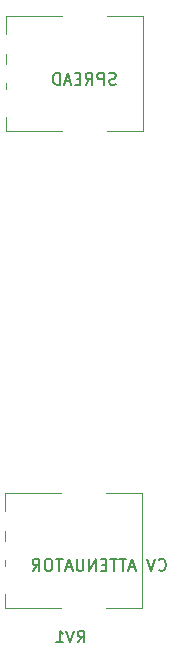
<source format=gbr>
%TF.GenerationSoftware,KiCad,Pcbnew,(5.1.9)-1*%
%TF.CreationDate,2021-05-29T21:38:13+01:00*%
%TF.ProjectId,KosmicSuperspreader,4b6f736d-6963-4537-9570-657273707265,rev?*%
%TF.SameCoordinates,Original*%
%TF.FileFunction,Legend,Bot*%
%TF.FilePolarity,Positive*%
%FSLAX46Y46*%
G04 Gerber Fmt 4.6, Leading zero omitted, Abs format (unit mm)*
G04 Created by KiCad (PCBNEW (5.1.9)-1) date 2021-05-29 21:38:13*
%MOMM*%
%LPD*%
G01*
G04 APERTURE LIST*
%ADD10C,0.120000*%
%ADD11C,0.150000*%
G04 APERTURE END LIST*
D10*
%TO.C,SPREAD*%
X150352000Y-71010000D02*
X150352000Y-71840000D01*
X150352000Y-73460000D02*
X150352000Y-73990000D01*
X150352000Y-76360000D02*
X150352000Y-77540000D01*
X150352000Y-67800000D02*
X155072000Y-67800000D01*
X158882000Y-77540000D02*
X161942000Y-77540000D01*
X150352000Y-77550000D02*
X155072000Y-77550000D01*
X158882000Y-67800000D02*
X161942000Y-67800000D01*
X150352000Y-67800000D02*
X150352000Y-69290000D01*
X161942000Y-67800000D02*
X161942000Y-77540000D01*
%TO.C,RV1*%
X150232000Y-111410000D02*
X150232000Y-112240000D01*
X150232000Y-113860000D02*
X150232000Y-114390000D01*
X150232000Y-116760000D02*
X150232000Y-117940000D01*
X150232000Y-108200000D02*
X154952000Y-108200000D01*
X158762000Y-117940000D02*
X161822000Y-117940000D01*
X150232000Y-117950000D02*
X154952000Y-117950000D01*
X158762000Y-108200000D02*
X161822000Y-108200000D01*
X150232000Y-108200000D02*
X150232000Y-109690000D01*
X161822000Y-108200000D02*
X161822000Y-117940000D01*
%TO.C,SPREAD*%
D11*
X159638666Y-73556761D02*
X159495809Y-73604380D01*
X159257714Y-73604380D01*
X159162476Y-73556761D01*
X159114857Y-73509142D01*
X159067238Y-73413904D01*
X159067238Y-73318666D01*
X159114857Y-73223428D01*
X159162476Y-73175809D01*
X159257714Y-73128190D01*
X159448190Y-73080571D01*
X159543428Y-73032952D01*
X159591047Y-72985333D01*
X159638666Y-72890095D01*
X159638666Y-72794857D01*
X159591047Y-72699619D01*
X159543428Y-72652000D01*
X159448190Y-72604380D01*
X159210095Y-72604380D01*
X159067238Y-72652000D01*
X158638666Y-73604380D02*
X158638666Y-72604380D01*
X158257714Y-72604380D01*
X158162476Y-72652000D01*
X158114857Y-72699619D01*
X158067238Y-72794857D01*
X158067238Y-72937714D01*
X158114857Y-73032952D01*
X158162476Y-73080571D01*
X158257714Y-73128190D01*
X158638666Y-73128190D01*
X157067238Y-73604380D02*
X157400571Y-73128190D01*
X157638666Y-73604380D02*
X157638666Y-72604380D01*
X157257714Y-72604380D01*
X157162476Y-72652000D01*
X157114857Y-72699619D01*
X157067238Y-72794857D01*
X157067238Y-72937714D01*
X157114857Y-73032952D01*
X157162476Y-73080571D01*
X157257714Y-73128190D01*
X157638666Y-73128190D01*
X156638666Y-73080571D02*
X156305333Y-73080571D01*
X156162476Y-73604380D02*
X156638666Y-73604380D01*
X156638666Y-72604380D01*
X156162476Y-72604380D01*
X155781523Y-73318666D02*
X155305333Y-73318666D01*
X155876761Y-73604380D02*
X155543428Y-72604380D01*
X155210095Y-73604380D01*
X154876761Y-73604380D02*
X154876761Y-72604380D01*
X154638666Y-72604380D01*
X154495809Y-72652000D01*
X154400571Y-72747238D01*
X154352952Y-72842476D01*
X154305333Y-73032952D01*
X154305333Y-73175809D01*
X154352952Y-73366285D01*
X154400571Y-73461523D01*
X154495809Y-73556761D01*
X154638666Y-73604380D01*
X154876761Y-73604380D01*
%TO.C,RV1*%
X156397238Y-120822380D02*
X156730571Y-120346190D01*
X156968666Y-120822380D02*
X156968666Y-119822380D01*
X156587714Y-119822380D01*
X156492476Y-119870000D01*
X156444857Y-119917619D01*
X156397238Y-120012857D01*
X156397238Y-120155714D01*
X156444857Y-120250952D01*
X156492476Y-120298571D01*
X156587714Y-120346190D01*
X156968666Y-120346190D01*
X156111523Y-119822380D02*
X155778190Y-120822380D01*
X155444857Y-119822380D01*
X154587714Y-120822380D02*
X155159142Y-120822380D01*
X154873428Y-120822380D02*
X154873428Y-119822380D01*
X154968666Y-119965238D01*
X155063904Y-120060476D01*
X155159142Y-120108095D01*
X163265809Y-114657142D02*
X163313428Y-114704761D01*
X163456285Y-114752380D01*
X163551523Y-114752380D01*
X163694380Y-114704761D01*
X163789619Y-114609523D01*
X163837238Y-114514285D01*
X163884857Y-114323809D01*
X163884857Y-114180952D01*
X163837238Y-113990476D01*
X163789619Y-113895238D01*
X163694380Y-113800000D01*
X163551523Y-113752380D01*
X163456285Y-113752380D01*
X163313428Y-113800000D01*
X163265809Y-113847619D01*
X162980095Y-113752380D02*
X162646761Y-114752380D01*
X162313428Y-113752380D01*
X161265809Y-114466666D02*
X160789619Y-114466666D01*
X161361047Y-114752380D02*
X161027714Y-113752380D01*
X160694380Y-114752380D01*
X160503904Y-113752380D02*
X159932476Y-113752380D01*
X160218190Y-114752380D02*
X160218190Y-113752380D01*
X159742000Y-113752380D02*
X159170571Y-113752380D01*
X159456285Y-114752380D02*
X159456285Y-113752380D01*
X158837238Y-114228571D02*
X158503904Y-114228571D01*
X158361047Y-114752380D02*
X158837238Y-114752380D01*
X158837238Y-113752380D01*
X158361047Y-113752380D01*
X157932476Y-114752380D02*
X157932476Y-113752380D01*
X157361047Y-114752380D01*
X157361047Y-113752380D01*
X156884857Y-113752380D02*
X156884857Y-114561904D01*
X156837238Y-114657142D01*
X156789619Y-114704761D01*
X156694380Y-114752380D01*
X156503904Y-114752380D01*
X156408666Y-114704761D01*
X156361047Y-114657142D01*
X156313428Y-114561904D01*
X156313428Y-113752380D01*
X155884857Y-114466666D02*
X155408666Y-114466666D01*
X155980095Y-114752380D02*
X155646761Y-113752380D01*
X155313428Y-114752380D01*
X155122952Y-113752380D02*
X154551523Y-113752380D01*
X154837238Y-114752380D02*
X154837238Y-113752380D01*
X154027714Y-113752380D02*
X153837238Y-113752380D01*
X153742000Y-113800000D01*
X153646761Y-113895238D01*
X153599142Y-114085714D01*
X153599142Y-114419047D01*
X153646761Y-114609523D01*
X153742000Y-114704761D01*
X153837238Y-114752380D01*
X154027714Y-114752380D01*
X154122952Y-114704761D01*
X154218190Y-114609523D01*
X154265809Y-114419047D01*
X154265809Y-114085714D01*
X154218190Y-113895238D01*
X154122952Y-113800000D01*
X154027714Y-113752380D01*
X152599142Y-114752380D02*
X152932476Y-114276190D01*
X153170571Y-114752380D02*
X153170571Y-113752380D01*
X152789619Y-113752380D01*
X152694380Y-113800000D01*
X152646761Y-113847619D01*
X152599142Y-113942857D01*
X152599142Y-114085714D01*
X152646761Y-114180952D01*
X152694380Y-114228571D01*
X152789619Y-114276190D01*
X153170571Y-114276190D01*
%TD*%
M02*

</source>
